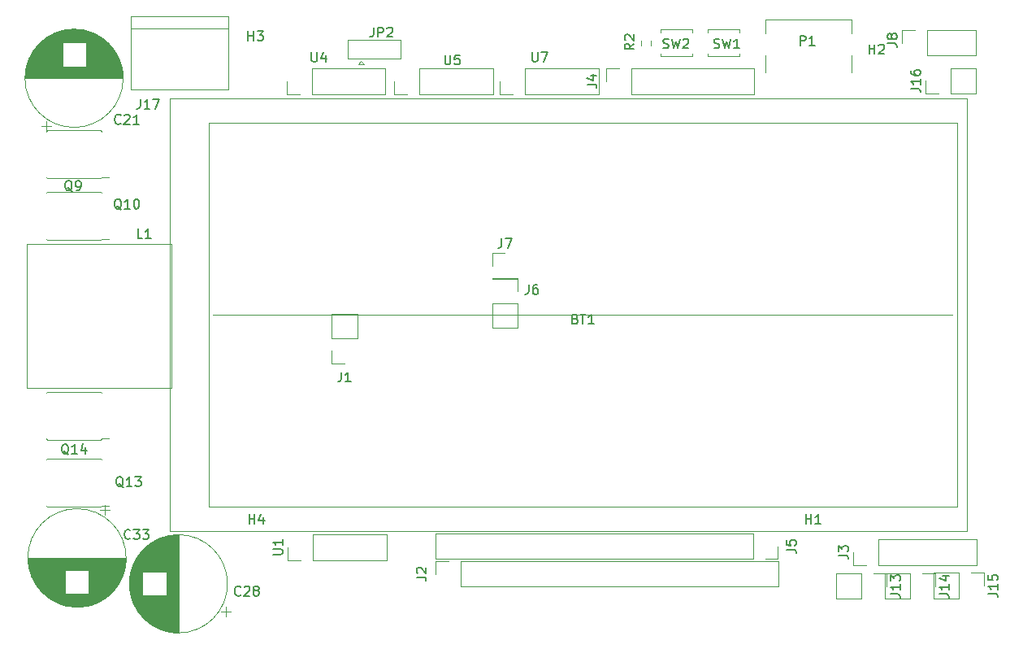
<source format=gbr>
%TF.GenerationSoftware,KiCad,Pcbnew,(6.0.1)*%
%TF.CreationDate,2022-09-27T15:52:50+02:00*%
%TF.ProjectId,WetterStationPCB,57657474-6572-4537-9461-74696f6e5043,rev?*%
%TF.SameCoordinates,Original*%
%TF.FileFunction,Legend,Top*%
%TF.FilePolarity,Positive*%
%FSLAX46Y46*%
G04 Gerber Fmt 4.6, Leading zero omitted, Abs format (unit mm)*
G04 Created by KiCad (PCBNEW (6.0.1)) date 2022-09-27 15:52:50*
%MOMM*%
%LPD*%
G01*
G04 APERTURE LIST*
%ADD10C,0.150000*%
%ADD11C,0.120000*%
G04 APERTURE END LIST*
D10*
%TO.C,J1*%
X49841666Y-139972380D02*
X49841666Y-140686666D01*
X49794047Y-140829523D01*
X49698809Y-140924761D01*
X49555952Y-140972380D01*
X49460714Y-140972380D01*
X50841666Y-140972380D02*
X50270238Y-140972380D01*
X50555952Y-140972380D02*
X50555952Y-139972380D01*
X50460714Y-140115238D01*
X50365476Y-140210476D01*
X50270238Y-140258095D01*
%TO.C,Q13*%
X27128571Y-151947619D02*
X27033333Y-151900000D01*
X26938095Y-151804761D01*
X26795238Y-151661904D01*
X26700000Y-151614285D01*
X26604761Y-151614285D01*
X26652380Y-151852380D02*
X26557142Y-151804761D01*
X26461904Y-151709523D01*
X26414285Y-151519047D01*
X26414285Y-151185714D01*
X26461904Y-150995238D01*
X26557142Y-150900000D01*
X26652380Y-150852380D01*
X26842857Y-150852380D01*
X26938095Y-150900000D01*
X27033333Y-150995238D01*
X27080952Y-151185714D01*
X27080952Y-151519047D01*
X27033333Y-151709523D01*
X26938095Y-151804761D01*
X26842857Y-151852380D01*
X26652380Y-151852380D01*
X28033333Y-151852380D02*
X27461904Y-151852380D01*
X27747619Y-151852380D02*
X27747619Y-150852380D01*
X27652380Y-150995238D01*
X27557142Y-151090476D01*
X27461904Y-151138095D01*
X28366666Y-150852380D02*
X28985714Y-150852380D01*
X28652380Y-151233333D01*
X28795238Y-151233333D01*
X28890476Y-151280952D01*
X28938095Y-151328571D01*
X28985714Y-151423809D01*
X28985714Y-151661904D01*
X28938095Y-151757142D01*
X28890476Y-151804761D01*
X28795238Y-151852380D01*
X28509523Y-151852380D01*
X28414285Y-151804761D01*
X28366666Y-151757142D01*
%TO.C,Q9*%
X21804761Y-121147619D02*
X21709523Y-121100000D01*
X21614285Y-121004761D01*
X21471428Y-120861904D01*
X21376190Y-120814285D01*
X21280952Y-120814285D01*
X21328571Y-121052380D02*
X21233333Y-121004761D01*
X21138095Y-120909523D01*
X21090476Y-120719047D01*
X21090476Y-120385714D01*
X21138095Y-120195238D01*
X21233333Y-120100000D01*
X21328571Y-120052380D01*
X21519047Y-120052380D01*
X21614285Y-120100000D01*
X21709523Y-120195238D01*
X21757142Y-120385714D01*
X21757142Y-120719047D01*
X21709523Y-120909523D01*
X21614285Y-121004761D01*
X21519047Y-121052380D01*
X21328571Y-121052380D01*
X22233333Y-121052380D02*
X22423809Y-121052380D01*
X22519047Y-121004761D01*
X22566666Y-120957142D01*
X22661904Y-120814285D01*
X22709523Y-120623809D01*
X22709523Y-120242857D01*
X22661904Y-120147619D01*
X22614285Y-120100000D01*
X22519047Y-120052380D01*
X22328571Y-120052380D01*
X22233333Y-120100000D01*
X22185714Y-120147619D01*
X22138095Y-120242857D01*
X22138095Y-120480952D01*
X22185714Y-120576190D01*
X22233333Y-120623809D01*
X22328571Y-120671428D01*
X22519047Y-120671428D01*
X22614285Y-120623809D01*
X22661904Y-120576190D01*
X22709523Y-120480952D01*
%TO.C,C33*%
X27857142Y-157257142D02*
X27809523Y-157304761D01*
X27666666Y-157352380D01*
X27571428Y-157352380D01*
X27428571Y-157304761D01*
X27333333Y-157209523D01*
X27285714Y-157114285D01*
X27238095Y-156923809D01*
X27238095Y-156780952D01*
X27285714Y-156590476D01*
X27333333Y-156495238D01*
X27428571Y-156400000D01*
X27571428Y-156352380D01*
X27666666Y-156352380D01*
X27809523Y-156400000D01*
X27857142Y-156447619D01*
X28190476Y-156352380D02*
X28809523Y-156352380D01*
X28476190Y-156733333D01*
X28619047Y-156733333D01*
X28714285Y-156780952D01*
X28761904Y-156828571D01*
X28809523Y-156923809D01*
X28809523Y-157161904D01*
X28761904Y-157257142D01*
X28714285Y-157304761D01*
X28619047Y-157352380D01*
X28333333Y-157352380D01*
X28238095Y-157304761D01*
X28190476Y-157257142D01*
X29142857Y-156352380D02*
X29761904Y-156352380D01*
X29428571Y-156733333D01*
X29571428Y-156733333D01*
X29666666Y-156780952D01*
X29714285Y-156828571D01*
X29761904Y-156923809D01*
X29761904Y-157161904D01*
X29714285Y-157257142D01*
X29666666Y-157304761D01*
X29571428Y-157352380D01*
X29285714Y-157352380D01*
X29190476Y-157304761D01*
X29142857Y-157257142D01*
%TO.C,J16*%
X109187109Y-110438326D02*
X109901395Y-110438326D01*
X110044252Y-110485945D01*
X110139490Y-110581183D01*
X110187109Y-110724041D01*
X110187109Y-110819279D01*
X110187109Y-109438326D02*
X110187109Y-110009755D01*
X110187109Y-109724041D02*
X109187109Y-109724041D01*
X109329967Y-109819279D01*
X109425205Y-109914517D01*
X109472824Y-110009755D01*
X109187109Y-108581183D02*
X109187109Y-108771660D01*
X109234729Y-108866898D01*
X109282348Y-108914517D01*
X109425205Y-109009755D01*
X109615681Y-109057374D01*
X109996633Y-109057374D01*
X110091871Y-109009755D01*
X110139490Y-108962136D01*
X110187109Y-108866898D01*
X110187109Y-108676422D01*
X110139490Y-108581183D01*
X110091871Y-108533564D01*
X109996633Y-108485945D01*
X109758538Y-108485945D01*
X109663300Y-108533564D01*
X109615681Y-108581183D01*
X109568062Y-108676422D01*
X109568062Y-108866898D01*
X109615681Y-108962136D01*
X109663300Y-109009755D01*
X109758538Y-109057374D01*
%TO.C,J13*%
X107071778Y-163047663D02*
X107786064Y-163047663D01*
X107928921Y-163095282D01*
X108024159Y-163190520D01*
X108071778Y-163333378D01*
X108071778Y-163428616D01*
X108071778Y-162047663D02*
X108071778Y-162619092D01*
X108071778Y-162333378D02*
X107071778Y-162333378D01*
X107214636Y-162428616D01*
X107309874Y-162523854D01*
X107357493Y-162619092D01*
X107071778Y-161714330D02*
X107071778Y-161095282D01*
X107452731Y-161428616D01*
X107452731Y-161285759D01*
X107500350Y-161190520D01*
X107547969Y-161142901D01*
X107643207Y-161095282D01*
X107881302Y-161095282D01*
X107976540Y-161142901D01*
X108024159Y-161190520D01*
X108071778Y-161285759D01*
X108071778Y-161571473D01*
X108024159Y-161666711D01*
X107976540Y-161714330D01*
%TO.C,J2*%
X57682380Y-161308333D02*
X58396666Y-161308333D01*
X58539523Y-161355952D01*
X58634761Y-161451190D01*
X58682380Y-161594047D01*
X58682380Y-161689285D01*
X57777619Y-160879761D02*
X57730000Y-160832142D01*
X57682380Y-160736904D01*
X57682380Y-160498809D01*
X57730000Y-160403571D01*
X57777619Y-160355952D01*
X57872857Y-160308333D01*
X57968095Y-160308333D01*
X58110952Y-160355952D01*
X58682380Y-160927380D01*
X58682380Y-160308333D01*
%TO.C,J6*%
X69366666Y-130852380D02*
X69366666Y-131566666D01*
X69319047Y-131709523D01*
X69223809Y-131804761D01*
X69080952Y-131852380D01*
X68985714Y-131852380D01*
X70271428Y-130852380D02*
X70080952Y-130852380D01*
X69985714Y-130900000D01*
X69938095Y-130947619D01*
X69842857Y-131090476D01*
X69795238Y-131280952D01*
X69795238Y-131661904D01*
X69842857Y-131757142D01*
X69890476Y-131804761D01*
X69985714Y-131852380D01*
X70176190Y-131852380D01*
X70271428Y-131804761D01*
X70319047Y-131757142D01*
X70366666Y-131661904D01*
X70366666Y-131423809D01*
X70319047Y-131328571D01*
X70271428Y-131280952D01*
X70176190Y-131233333D01*
X69985714Y-131233333D01*
X69890476Y-131280952D01*
X69842857Y-131328571D01*
X69795238Y-131423809D01*
%TO.C,J4*%
X75462380Y-110008333D02*
X76176666Y-110008333D01*
X76319523Y-110055952D01*
X76414761Y-110151190D01*
X76462380Y-110294047D01*
X76462380Y-110389285D01*
X75795714Y-109103571D02*
X76462380Y-109103571D01*
X75414761Y-109341666D02*
X76129047Y-109579761D01*
X76129047Y-108960714D01*
%TO.C,U7*%
X69738095Y-106652380D02*
X69738095Y-107461904D01*
X69785714Y-107557142D01*
X69833333Y-107604761D01*
X69928571Y-107652380D01*
X70119047Y-107652380D01*
X70214285Y-107604761D01*
X70261904Y-107557142D01*
X70309523Y-107461904D01*
X70309523Y-106652380D01*
X70690476Y-106652380D02*
X71357142Y-106652380D01*
X70928571Y-107652380D01*
%TO.C,U4*%
X46738095Y-106652380D02*
X46738095Y-107461904D01*
X46785714Y-107557142D01*
X46833333Y-107604761D01*
X46928571Y-107652380D01*
X47119047Y-107652380D01*
X47214285Y-107604761D01*
X47261904Y-107557142D01*
X47309523Y-107461904D01*
X47309523Y-106652380D01*
X48214285Y-106985714D02*
X48214285Y-107652380D01*
X47976190Y-106604761D02*
X47738095Y-107319047D01*
X48357142Y-107319047D01*
%TO.C,J15*%
X117257380Y-163009523D02*
X117971666Y-163009523D01*
X118114523Y-163057142D01*
X118209761Y-163152380D01*
X118257380Y-163295238D01*
X118257380Y-163390476D01*
X118257380Y-162009523D02*
X118257380Y-162580952D01*
X118257380Y-162295238D02*
X117257380Y-162295238D01*
X117400238Y-162390476D01*
X117495476Y-162485714D01*
X117543095Y-162580952D01*
X117257380Y-161104761D02*
X117257380Y-161580952D01*
X117733571Y-161628571D01*
X117685952Y-161580952D01*
X117638333Y-161485714D01*
X117638333Y-161247619D01*
X117685952Y-161152380D01*
X117733571Y-161104761D01*
X117828809Y-161057142D01*
X118066904Y-161057142D01*
X118162142Y-161104761D01*
X118209761Y-161152380D01*
X118257380Y-161247619D01*
X118257380Y-161485714D01*
X118209761Y-161580952D01*
X118162142Y-161628571D01*
%TO.C,H4*%
X40238095Y-155752380D02*
X40238095Y-154752380D01*
X40238095Y-155228571D02*
X40809523Y-155228571D01*
X40809523Y-155752380D02*
X40809523Y-154752380D01*
X41714285Y-155085714D02*
X41714285Y-155752380D01*
X41476190Y-154704761D02*
X41238095Y-155419047D01*
X41857142Y-155419047D01*
%TO.C,U5*%
X60638095Y-106952380D02*
X60638095Y-107761904D01*
X60685714Y-107857142D01*
X60733333Y-107904761D01*
X60828571Y-107952380D01*
X61019047Y-107952380D01*
X61114285Y-107904761D01*
X61161904Y-107857142D01*
X61209523Y-107761904D01*
X61209523Y-106952380D01*
X62161904Y-106952380D02*
X61685714Y-106952380D01*
X61638095Y-107428571D01*
X61685714Y-107380952D01*
X61780952Y-107333333D01*
X62019047Y-107333333D01*
X62114285Y-107380952D01*
X62161904Y-107428571D01*
X62209523Y-107523809D01*
X62209523Y-107761904D01*
X62161904Y-107857142D01*
X62114285Y-107904761D01*
X62019047Y-107952380D01*
X61780952Y-107952380D01*
X61685714Y-107904761D01*
X61638095Y-107857142D01*
%TO.C,H3*%
X40138095Y-105452380D02*
X40138095Y-104452380D01*
X40138095Y-104928571D02*
X40709523Y-104928571D01*
X40709523Y-105452380D02*
X40709523Y-104452380D01*
X41090476Y-104452380D02*
X41709523Y-104452380D01*
X41376190Y-104833333D01*
X41519047Y-104833333D01*
X41614285Y-104880952D01*
X41661904Y-104928571D01*
X41709523Y-105023809D01*
X41709523Y-105261904D01*
X41661904Y-105357142D01*
X41614285Y-105404761D01*
X41519047Y-105452380D01*
X41233333Y-105452380D01*
X41138095Y-105404761D01*
X41090476Y-105357142D01*
%TO.C,C21*%
X26857142Y-114057142D02*
X26809523Y-114104761D01*
X26666666Y-114152380D01*
X26571428Y-114152380D01*
X26428571Y-114104761D01*
X26333333Y-114009523D01*
X26285714Y-113914285D01*
X26238095Y-113723809D01*
X26238095Y-113580952D01*
X26285714Y-113390476D01*
X26333333Y-113295238D01*
X26428571Y-113200000D01*
X26571428Y-113152380D01*
X26666666Y-113152380D01*
X26809523Y-113200000D01*
X26857142Y-113247619D01*
X27238095Y-113247619D02*
X27285714Y-113200000D01*
X27380952Y-113152380D01*
X27619047Y-113152380D01*
X27714285Y-113200000D01*
X27761904Y-113247619D01*
X27809523Y-113342857D01*
X27809523Y-113438095D01*
X27761904Y-113580952D01*
X27190476Y-114152380D01*
X27809523Y-114152380D01*
X28761904Y-114152380D02*
X28190476Y-114152380D01*
X28476190Y-114152380D02*
X28476190Y-113152380D01*
X28380952Y-113295238D01*
X28285714Y-113390476D01*
X28190476Y-113438095D01*
%TO.C,C28*%
X39357142Y-163157142D02*
X39309523Y-163204761D01*
X39166666Y-163252380D01*
X39071428Y-163252380D01*
X38928571Y-163204761D01*
X38833333Y-163109523D01*
X38785714Y-163014285D01*
X38738095Y-162823809D01*
X38738095Y-162680952D01*
X38785714Y-162490476D01*
X38833333Y-162395238D01*
X38928571Y-162300000D01*
X39071428Y-162252380D01*
X39166666Y-162252380D01*
X39309523Y-162300000D01*
X39357142Y-162347619D01*
X39738095Y-162347619D02*
X39785714Y-162300000D01*
X39880952Y-162252380D01*
X40119047Y-162252380D01*
X40214285Y-162300000D01*
X40261904Y-162347619D01*
X40309523Y-162442857D01*
X40309523Y-162538095D01*
X40261904Y-162680952D01*
X39690476Y-163252380D01*
X40309523Y-163252380D01*
X40880952Y-162680952D02*
X40785714Y-162633333D01*
X40738095Y-162585714D01*
X40690476Y-162490476D01*
X40690476Y-162442857D01*
X40738095Y-162347619D01*
X40785714Y-162300000D01*
X40880952Y-162252380D01*
X41071428Y-162252380D01*
X41166666Y-162300000D01*
X41214285Y-162347619D01*
X41261904Y-162442857D01*
X41261904Y-162490476D01*
X41214285Y-162585714D01*
X41166666Y-162633333D01*
X41071428Y-162680952D01*
X40880952Y-162680952D01*
X40785714Y-162728571D01*
X40738095Y-162776190D01*
X40690476Y-162871428D01*
X40690476Y-163061904D01*
X40738095Y-163157142D01*
X40785714Y-163204761D01*
X40880952Y-163252380D01*
X41071428Y-163252380D01*
X41166666Y-163204761D01*
X41214285Y-163157142D01*
X41261904Y-163061904D01*
X41261904Y-162871428D01*
X41214285Y-162776190D01*
X41166666Y-162728571D01*
X41071428Y-162680952D01*
%TO.C,Q10*%
X26928571Y-123047619D02*
X26833333Y-123000000D01*
X26738095Y-122904761D01*
X26595238Y-122761904D01*
X26500000Y-122714285D01*
X26404761Y-122714285D01*
X26452380Y-122952380D02*
X26357142Y-122904761D01*
X26261904Y-122809523D01*
X26214285Y-122619047D01*
X26214285Y-122285714D01*
X26261904Y-122095238D01*
X26357142Y-122000000D01*
X26452380Y-121952380D01*
X26642857Y-121952380D01*
X26738095Y-122000000D01*
X26833333Y-122095238D01*
X26880952Y-122285714D01*
X26880952Y-122619047D01*
X26833333Y-122809523D01*
X26738095Y-122904761D01*
X26642857Y-122952380D01*
X26452380Y-122952380D01*
X27833333Y-122952380D02*
X27261904Y-122952380D01*
X27547619Y-122952380D02*
X27547619Y-121952380D01*
X27452380Y-122095238D01*
X27357142Y-122190476D01*
X27261904Y-122238095D01*
X28452380Y-121952380D02*
X28547619Y-121952380D01*
X28642857Y-122000000D01*
X28690476Y-122047619D01*
X28738095Y-122142857D01*
X28785714Y-122333333D01*
X28785714Y-122571428D01*
X28738095Y-122761904D01*
X28690476Y-122857142D01*
X28642857Y-122904761D01*
X28547619Y-122952380D01*
X28452380Y-122952380D01*
X28357142Y-122904761D01*
X28309523Y-122857142D01*
X28261904Y-122761904D01*
X28214285Y-122571428D01*
X28214285Y-122333333D01*
X28261904Y-122142857D01*
X28309523Y-122047619D01*
X28357142Y-122000000D01*
X28452380Y-121952380D01*
%TO.C,J8*%
X106752380Y-105733333D02*
X107466666Y-105733333D01*
X107609523Y-105780952D01*
X107704761Y-105876190D01*
X107752380Y-106019047D01*
X107752380Y-106114285D01*
X107180952Y-105114285D02*
X107133333Y-105209523D01*
X107085714Y-105257142D01*
X106990476Y-105304761D01*
X106942857Y-105304761D01*
X106847619Y-105257142D01*
X106800000Y-105209523D01*
X106752380Y-105114285D01*
X106752380Y-104923809D01*
X106800000Y-104828571D01*
X106847619Y-104780952D01*
X106942857Y-104733333D01*
X106990476Y-104733333D01*
X107085714Y-104780952D01*
X107133333Y-104828571D01*
X107180952Y-104923809D01*
X107180952Y-105114285D01*
X107228571Y-105209523D01*
X107276190Y-105257142D01*
X107371428Y-105304761D01*
X107561904Y-105304761D01*
X107657142Y-105257142D01*
X107704761Y-105209523D01*
X107752380Y-105114285D01*
X107752380Y-104923809D01*
X107704761Y-104828571D01*
X107657142Y-104780952D01*
X107561904Y-104733333D01*
X107371428Y-104733333D01*
X107276190Y-104780952D01*
X107228571Y-104828571D01*
X107180952Y-104923809D01*
%TO.C,J14*%
X112166015Y-163048995D02*
X112880301Y-163048995D01*
X113023158Y-163096614D01*
X113118396Y-163191852D01*
X113166015Y-163334710D01*
X113166015Y-163429948D01*
X113166015Y-162048995D02*
X113166015Y-162620424D01*
X113166015Y-162334710D02*
X112166015Y-162334710D01*
X112308873Y-162429948D01*
X112404111Y-162525186D01*
X112451730Y-162620424D01*
X112499349Y-161191852D02*
X113166015Y-161191852D01*
X112118396Y-161429948D02*
X112832682Y-161668043D01*
X112832682Y-161048995D01*
%TO.C,Q14*%
X21428571Y-148547619D02*
X21333333Y-148500000D01*
X21238095Y-148404761D01*
X21095238Y-148261904D01*
X21000000Y-148214285D01*
X20904761Y-148214285D01*
X20952380Y-148452380D02*
X20857142Y-148404761D01*
X20761904Y-148309523D01*
X20714285Y-148119047D01*
X20714285Y-147785714D01*
X20761904Y-147595238D01*
X20857142Y-147500000D01*
X20952380Y-147452380D01*
X21142857Y-147452380D01*
X21238095Y-147500000D01*
X21333333Y-147595238D01*
X21380952Y-147785714D01*
X21380952Y-148119047D01*
X21333333Y-148309523D01*
X21238095Y-148404761D01*
X21142857Y-148452380D01*
X20952380Y-148452380D01*
X22333333Y-148452380D02*
X21761904Y-148452380D01*
X22047619Y-148452380D02*
X22047619Y-147452380D01*
X21952380Y-147595238D01*
X21857142Y-147690476D01*
X21761904Y-147738095D01*
X23190476Y-147785714D02*
X23190476Y-148452380D01*
X22952380Y-147404761D02*
X22714285Y-148119047D01*
X23333333Y-148119047D01*
%TO.C,L1*%
X29133333Y-126052380D02*
X28657142Y-126052380D01*
X28657142Y-125052380D01*
X29990476Y-126052380D02*
X29419047Y-126052380D01*
X29704761Y-126052380D02*
X29704761Y-125052380D01*
X29609523Y-125195238D01*
X29514285Y-125290476D01*
X29419047Y-125338095D01*
%TO.C,J7*%
X66554166Y-126022380D02*
X66554166Y-126736666D01*
X66506547Y-126879523D01*
X66411309Y-126974761D01*
X66268452Y-127022380D01*
X66173214Y-127022380D01*
X66935119Y-126022380D02*
X67601785Y-126022380D01*
X67173214Y-127022380D01*
%TO.C,R2*%
X80352380Y-105766666D02*
X79876190Y-106100000D01*
X80352380Y-106338095D02*
X79352380Y-106338095D01*
X79352380Y-105957142D01*
X79400000Y-105861904D01*
X79447619Y-105814285D01*
X79542857Y-105766666D01*
X79685714Y-105766666D01*
X79780952Y-105814285D01*
X79828571Y-105861904D01*
X79876190Y-105957142D01*
X79876190Y-106338095D01*
X79447619Y-105385714D02*
X79400000Y-105338095D01*
X79352380Y-105242857D01*
X79352380Y-105004761D01*
X79400000Y-104909523D01*
X79447619Y-104861904D01*
X79542857Y-104814285D01*
X79638095Y-104814285D01*
X79780952Y-104861904D01*
X80352380Y-105433333D01*
X80352380Y-104814285D01*
%TO.C,P1*%
X97661904Y-105952380D02*
X97661904Y-104952380D01*
X98042857Y-104952380D01*
X98138095Y-105000000D01*
X98185714Y-105047619D01*
X98233333Y-105142857D01*
X98233333Y-105285714D01*
X98185714Y-105380952D01*
X98138095Y-105428571D01*
X98042857Y-105476190D01*
X97661904Y-105476190D01*
X99185714Y-105952380D02*
X98614285Y-105952380D01*
X98900000Y-105952380D02*
X98900000Y-104952380D01*
X98804761Y-105095238D01*
X98709523Y-105190476D01*
X98614285Y-105238095D01*
%TO.C,J17*%
X28890476Y-111552380D02*
X28890476Y-112266666D01*
X28842857Y-112409523D01*
X28747619Y-112504761D01*
X28604761Y-112552380D01*
X28509523Y-112552380D01*
X29890476Y-112552380D02*
X29319047Y-112552380D01*
X29604761Y-112552380D02*
X29604761Y-111552380D01*
X29509523Y-111695238D01*
X29414285Y-111790476D01*
X29319047Y-111838095D01*
X30223809Y-111552380D02*
X30890476Y-111552380D01*
X30461904Y-112552380D01*
%TO.C,H1*%
X98238095Y-155752380D02*
X98238095Y-154752380D01*
X98238095Y-155228571D02*
X98809523Y-155228571D01*
X98809523Y-155752380D02*
X98809523Y-154752380D01*
X99809523Y-155752380D02*
X99238095Y-155752380D01*
X99523809Y-155752380D02*
X99523809Y-154752380D01*
X99428571Y-154895238D01*
X99333333Y-154990476D01*
X99238095Y-155038095D01*
%TO.C,JP2*%
X53191666Y-104077380D02*
X53191666Y-104791666D01*
X53144047Y-104934523D01*
X53048809Y-105029761D01*
X52905952Y-105077380D01*
X52810714Y-105077380D01*
X53667857Y-105077380D02*
X53667857Y-104077380D01*
X54048809Y-104077380D01*
X54144047Y-104125000D01*
X54191666Y-104172619D01*
X54239285Y-104267857D01*
X54239285Y-104410714D01*
X54191666Y-104505952D01*
X54144047Y-104553571D01*
X54048809Y-104601190D01*
X53667857Y-104601190D01*
X54620238Y-104172619D02*
X54667857Y-104125000D01*
X54763095Y-104077380D01*
X55001190Y-104077380D01*
X55096428Y-104125000D01*
X55144047Y-104172619D01*
X55191666Y-104267857D01*
X55191666Y-104363095D01*
X55144047Y-104505952D01*
X54572619Y-105077380D01*
X55191666Y-105077380D01*
%TO.C,BT1*%
X74214285Y-134428571D02*
X74357142Y-134476190D01*
X74404761Y-134523809D01*
X74452380Y-134619047D01*
X74452380Y-134761904D01*
X74404761Y-134857142D01*
X74357142Y-134904761D01*
X74261904Y-134952380D01*
X73880952Y-134952380D01*
X73880952Y-133952380D01*
X74214285Y-133952380D01*
X74309523Y-134000000D01*
X74357142Y-134047619D01*
X74404761Y-134142857D01*
X74404761Y-134238095D01*
X74357142Y-134333333D01*
X74309523Y-134380952D01*
X74214285Y-134428571D01*
X73880952Y-134428571D01*
X74738095Y-133952380D02*
X75309523Y-133952380D01*
X75023809Y-134952380D02*
X75023809Y-133952380D01*
X76166666Y-134952380D02*
X75595238Y-134952380D01*
X75880952Y-134952380D02*
X75880952Y-133952380D01*
X75785714Y-134095238D01*
X75690476Y-134190476D01*
X75595238Y-134238095D01*
%TO.C,H2*%
X104838095Y-106852380D02*
X104838095Y-105852380D01*
X104838095Y-106328571D02*
X105409523Y-106328571D01*
X105409523Y-106852380D02*
X105409523Y-105852380D01*
X105838095Y-105947619D02*
X105885714Y-105900000D01*
X105980952Y-105852380D01*
X106219047Y-105852380D01*
X106314285Y-105900000D01*
X106361904Y-105947619D01*
X106409523Y-106042857D01*
X106409523Y-106138095D01*
X106361904Y-106280952D01*
X105790476Y-106852380D01*
X106409523Y-106852380D01*
%TO.C,SW1*%
X88666666Y-106204761D02*
X88809523Y-106252380D01*
X89047619Y-106252380D01*
X89142857Y-106204761D01*
X89190476Y-106157142D01*
X89238095Y-106061904D01*
X89238095Y-105966666D01*
X89190476Y-105871428D01*
X89142857Y-105823809D01*
X89047619Y-105776190D01*
X88857142Y-105728571D01*
X88761904Y-105680952D01*
X88714285Y-105633333D01*
X88666666Y-105538095D01*
X88666666Y-105442857D01*
X88714285Y-105347619D01*
X88761904Y-105300000D01*
X88857142Y-105252380D01*
X89095238Y-105252380D01*
X89238095Y-105300000D01*
X89571428Y-105252380D02*
X89809523Y-106252380D01*
X90000000Y-105538095D01*
X90190476Y-106252380D01*
X90428571Y-105252380D01*
X91333333Y-106252380D02*
X90761904Y-106252380D01*
X91047619Y-106252380D02*
X91047619Y-105252380D01*
X90952380Y-105395238D01*
X90857142Y-105490476D01*
X90761904Y-105538095D01*
%TO.C,SW2*%
X83366666Y-106204761D02*
X83509523Y-106252380D01*
X83747619Y-106252380D01*
X83842857Y-106204761D01*
X83890476Y-106157142D01*
X83938095Y-106061904D01*
X83938095Y-105966666D01*
X83890476Y-105871428D01*
X83842857Y-105823809D01*
X83747619Y-105776190D01*
X83557142Y-105728571D01*
X83461904Y-105680952D01*
X83414285Y-105633333D01*
X83366666Y-105538095D01*
X83366666Y-105442857D01*
X83414285Y-105347619D01*
X83461904Y-105300000D01*
X83557142Y-105252380D01*
X83795238Y-105252380D01*
X83938095Y-105300000D01*
X84271428Y-105252380D02*
X84509523Y-106252380D01*
X84700000Y-105538095D01*
X84890476Y-106252380D01*
X85128571Y-105252380D01*
X85461904Y-105347619D02*
X85509523Y-105300000D01*
X85604761Y-105252380D01*
X85842857Y-105252380D01*
X85938095Y-105300000D01*
X85985714Y-105347619D01*
X86033333Y-105442857D01*
X86033333Y-105538095D01*
X85985714Y-105680952D01*
X85414285Y-106252380D01*
X86033333Y-106252380D01*
%TO.C,U1*%
X42722380Y-158961904D02*
X43531904Y-158961904D01*
X43627142Y-158914285D01*
X43674761Y-158866666D01*
X43722380Y-158771428D01*
X43722380Y-158580952D01*
X43674761Y-158485714D01*
X43627142Y-158438095D01*
X43531904Y-158390476D01*
X42722380Y-158390476D01*
X43722380Y-157390476D02*
X43722380Y-157961904D01*
X43722380Y-157676190D02*
X42722380Y-157676190D01*
X42865238Y-157771428D01*
X42960476Y-157866666D01*
X43008095Y-157961904D01*
%TO.C,J3*%
X101647380Y-159033333D02*
X102361666Y-159033333D01*
X102504523Y-159080952D01*
X102599761Y-159176190D01*
X102647380Y-159319047D01*
X102647380Y-159414285D01*
X101647380Y-158652380D02*
X101647380Y-158033333D01*
X102028333Y-158366666D01*
X102028333Y-158223809D01*
X102075952Y-158128571D01*
X102123571Y-158080952D01*
X102218809Y-158033333D01*
X102456904Y-158033333D01*
X102552142Y-158080952D01*
X102599761Y-158128571D01*
X102647380Y-158223809D01*
X102647380Y-158509523D01*
X102599761Y-158604761D01*
X102552142Y-158652380D01*
%TO.C,J5*%
X96222380Y-158433333D02*
X96936666Y-158433333D01*
X97079523Y-158480952D01*
X97174761Y-158576190D01*
X97222380Y-158719047D01*
X97222380Y-158814285D01*
X96222380Y-157480952D02*
X96222380Y-157957142D01*
X96698571Y-158004761D01*
X96650952Y-157957142D01*
X96603333Y-157861904D01*
X96603333Y-157623809D01*
X96650952Y-157528571D01*
X96698571Y-157480952D01*
X96793809Y-157433333D01*
X97031904Y-157433333D01*
X97127142Y-157480952D01*
X97174761Y-157528571D01*
X97222380Y-157623809D01*
X97222380Y-157861904D01*
X97174761Y-157957142D01*
X97127142Y-158004761D01*
D11*
%TO.C,J1*%
X48845000Y-136480000D02*
X48845000Y-133880000D01*
X48845000Y-139080000D02*
X48845000Y-137750000D01*
X51505000Y-133880000D02*
X48845000Y-133880000D01*
X51505000Y-136480000D02*
X48845000Y-136480000D01*
X50175000Y-139080000D02*
X48845000Y-139080000D01*
X51505000Y-136480000D02*
X51505000Y-133880000D01*
%TO.C,Q13*%
X19200000Y-149000000D02*
X24800000Y-149000000D01*
X25650000Y-153900000D02*
X24900000Y-153900000D01*
X19200000Y-154000000D02*
X19100000Y-153900000D01*
X24800000Y-154000000D02*
X19200000Y-154000000D01*
X24800000Y-149000000D02*
X24900000Y-149100000D01*
X19100000Y-149100000D02*
X19200000Y-149000000D01*
X24900000Y-153900000D02*
X24800000Y-154000000D01*
%TO.C,Q9*%
X19100000Y-114900000D02*
X19200000Y-114800000D01*
X25650000Y-119700000D02*
X24900000Y-119700000D01*
X24900000Y-119700000D02*
X24800000Y-119800000D01*
X19200000Y-114800000D02*
X24800000Y-114800000D01*
X24800000Y-114800000D02*
X24900000Y-114900000D01*
X24800000Y-119800000D02*
X19200000Y-119800000D01*
X19200000Y-119800000D02*
X19100000Y-119700000D01*
%TO.C,C33*%
X23810000Y-164181000D02*
X20790000Y-164181000D01*
X27274000Y-160341000D02*
X17326000Y-160341000D01*
X21059000Y-162261000D02*
X18162000Y-162261000D01*
X26921000Y-161421000D02*
X23541000Y-161421000D01*
X23362000Y-164301000D02*
X21238000Y-164301000D01*
X27097000Y-160981000D02*
X23541000Y-160981000D01*
X27340000Y-159940000D02*
X17260000Y-159940000D01*
X26762000Y-161741000D02*
X23541000Y-161741000D01*
X21059000Y-162101000D02*
X18053000Y-162101000D01*
X21059000Y-161741000D02*
X17838000Y-161741000D01*
X21059000Y-160701000D02*
X17415000Y-160701000D01*
X27290000Y-160261000D02*
X17310000Y-160261000D01*
X27379000Y-159420000D02*
X17221000Y-159420000D01*
X27238000Y-160501000D02*
X17362000Y-160501000D01*
X26225000Y-162541000D02*
X23541000Y-162541000D01*
X21059000Y-162221000D02*
X18134000Y-162221000D01*
X21059000Y-161981000D02*
X17977000Y-161981000D01*
X25940000Y-162861000D02*
X23541000Y-162861000D01*
X25778000Y-163021000D02*
X23541000Y-163021000D01*
X21059000Y-162501000D02*
X18343000Y-162501000D01*
X27124000Y-160901000D02*
X23541000Y-160901000D01*
X27377000Y-159500000D02*
X17223000Y-159500000D01*
X21059000Y-161661000D02*
X17796000Y-161661000D01*
X26124000Y-162661000D02*
X23541000Y-162661000D01*
X25130000Y-163541000D02*
X19470000Y-163541000D01*
X27324000Y-160061000D02*
X17276000Y-160061000D01*
X21059000Y-162141000D02*
X18079000Y-162141000D01*
X27068000Y-161061000D02*
X23541000Y-161061000D01*
X21059000Y-162901000D02*
X18699000Y-162901000D01*
X21059000Y-162461000D02*
X18311000Y-162461000D01*
X21059000Y-160901000D02*
X17476000Y-160901000D01*
X21059000Y-163021000D02*
X18822000Y-163021000D01*
X26990000Y-161261000D02*
X23541000Y-161261000D01*
X21059000Y-161701000D02*
X17817000Y-161701000D01*
X21059000Y-162581000D02*
X18408000Y-162581000D01*
X21059000Y-162621000D02*
X18442000Y-162621000D01*
X27368000Y-159660000D02*
X17232000Y-159660000D01*
X21059000Y-160661000D02*
X17403000Y-160661000D01*
X27083000Y-161021000D02*
X23541000Y-161021000D01*
X21059000Y-162341000D02*
X18220000Y-162341000D01*
X25009000Y-163621000D02*
X19591000Y-163621000D01*
X26289000Y-162461000D02*
X23541000Y-162461000D01*
X25647000Y-163141000D02*
X18953000Y-163141000D01*
X26598000Y-162021000D02*
X23541000Y-162021000D01*
X26939000Y-161381000D02*
X23541000Y-161381000D01*
X26466000Y-162221000D02*
X23541000Y-162221000D01*
X24146000Y-164061000D02*
X20454000Y-164061000D01*
X27354000Y-159820000D02*
X17246000Y-159820000D01*
X26825000Y-161621000D02*
X23541000Y-161621000D01*
X27358000Y-159780000D02*
X17242000Y-159780000D01*
X27137000Y-160861000D02*
X23541000Y-160861000D01*
X27038000Y-161141000D02*
X23541000Y-161141000D01*
X27378000Y-159460000D02*
X17222000Y-159460000D01*
X27365000Y-159700000D02*
X17235000Y-159700000D01*
X21059000Y-161581000D02*
X17755000Y-161581000D01*
X26547000Y-162101000D02*
X23541000Y-162101000D01*
X26016000Y-162781000D02*
X23541000Y-162781000D01*
X21059000Y-162661000D02*
X18476000Y-162661000D01*
X24665000Y-163821000D02*
X19935000Y-163821000D01*
X23162000Y-164341000D02*
X21438000Y-164341000D01*
X26053000Y-162741000D02*
X23541000Y-162741000D01*
X27265000Y-160381000D02*
X17335000Y-160381000D01*
X21059000Y-160621000D02*
X17393000Y-160621000D01*
X27247000Y-160461000D02*
X17353000Y-160461000D01*
X25554000Y-163221000D02*
X19046000Y-163221000D01*
X26903000Y-161461000D02*
X23541000Y-161461000D01*
X27150000Y-160821000D02*
X23541000Y-160821000D01*
X25901000Y-162901000D02*
X23541000Y-162901000D01*
X27197000Y-160661000D02*
X23541000Y-160661000D01*
X26089000Y-162701000D02*
X23541000Y-162701000D01*
X21059000Y-162541000D02*
X18375000Y-162541000D01*
X21059000Y-161181000D02*
X17577000Y-161181000D01*
X24042000Y-164101000D02*
X20558000Y-164101000D01*
X21059000Y-160981000D02*
X17503000Y-160981000D01*
X21059000Y-161381000D02*
X17661000Y-161381000D01*
X21059000Y-161821000D02*
X17883000Y-161821000D01*
X26192000Y-162581000D02*
X23541000Y-162581000D01*
X26158000Y-162621000D02*
X23541000Y-162621000D01*
X24810000Y-163741000D02*
X19790000Y-163741000D01*
X21059000Y-162061000D02*
X18027000Y-162061000D01*
X21059000Y-161541000D02*
X17736000Y-161541000D01*
X21059000Y-161941000D02*
X17953000Y-161941000D01*
X21059000Y-161061000D02*
X17532000Y-161061000D01*
X25175000Y-153820354D02*
X25175000Y-154820354D01*
X23530000Y-164261000D02*
X21070000Y-164261000D01*
X21059000Y-161341000D02*
X17643000Y-161341000D01*
X27380000Y-159300000D02*
X17220000Y-159300000D01*
X26410000Y-162301000D02*
X23541000Y-162301000D01*
X21059000Y-160941000D02*
X17489000Y-160941000D01*
X25861000Y-162941000D02*
X23541000Y-162941000D01*
X25736000Y-163061000D02*
X18864000Y-163061000D01*
X21059000Y-160861000D02*
X17463000Y-160861000D01*
X25245000Y-163461000D02*
X19355000Y-163461000D01*
X21059000Y-162741000D02*
X18547000Y-162741000D01*
X26573000Y-162061000D02*
X23541000Y-162061000D01*
X21059000Y-161301000D02*
X17626000Y-161301000D01*
X27370000Y-159620000D02*
X17230000Y-159620000D01*
X27380000Y-159340000D02*
X17220000Y-159340000D01*
X25354000Y-163381000D02*
X19246000Y-163381000D01*
X21059000Y-161621000D02*
X17775000Y-161621000D01*
X21059000Y-162421000D02*
X18280000Y-162421000D01*
X27228000Y-160541000D02*
X17372000Y-160541000D01*
X25456000Y-163301000D02*
X19144000Y-163301000D01*
X21059000Y-161461000D02*
X17697000Y-161461000D01*
X24945000Y-163661000D02*
X19655000Y-163661000D01*
X25070000Y-163581000D02*
X19530000Y-163581000D01*
X25692000Y-163101000D02*
X18908000Y-163101000D01*
X26350000Y-162381000D02*
X23541000Y-162381000D01*
X27311000Y-160141000D02*
X17289000Y-160141000D01*
X21059000Y-161261000D02*
X17610000Y-161261000D01*
X21059000Y-161141000D02*
X17562000Y-161141000D01*
X26783000Y-161701000D02*
X23541000Y-161701000D01*
X27362000Y-159740000D02*
X17238000Y-159740000D01*
X27007000Y-161221000D02*
X23541000Y-161221000D01*
X23930000Y-164141000D02*
X20670000Y-164141000D01*
X26845000Y-161581000D02*
X23541000Y-161581000D01*
X21059000Y-162861000D02*
X18660000Y-162861000D01*
X27380000Y-159380000D02*
X17220000Y-159380000D01*
X21059000Y-161901000D02*
X17929000Y-161901000D01*
X26695000Y-161861000D02*
X23541000Y-161861000D01*
X25979000Y-162821000D02*
X23541000Y-162821000D01*
X27207000Y-160621000D02*
X23541000Y-160621000D01*
X22899000Y-164381000D02*
X21701000Y-164381000D01*
X24739000Y-163781000D02*
X19861000Y-163781000D01*
X27318000Y-160101000D02*
X17282000Y-160101000D01*
X21059000Y-160741000D02*
X17426000Y-160741000D01*
X21059000Y-162301000D02*
X18190000Y-162301000D01*
X21059000Y-161101000D02*
X17546000Y-161101000D01*
X26494000Y-162181000D02*
X23541000Y-162181000D01*
X24425000Y-163941000D02*
X20175000Y-163941000D01*
X24244000Y-164021000D02*
X20356000Y-164021000D01*
X27111000Y-160941000D02*
X23541000Y-160941000D01*
X26320000Y-162421000D02*
X23541000Y-162421000D01*
X27174000Y-160741000D02*
X23541000Y-160741000D01*
X21059000Y-162941000D02*
X18739000Y-162941000D01*
X27054000Y-161101000D02*
X23541000Y-161101000D01*
X25506000Y-163261000D02*
X19094000Y-163261000D01*
X26974000Y-161301000D02*
X23541000Y-161301000D01*
X21059000Y-161421000D02*
X17679000Y-161421000D01*
X27335000Y-159980000D02*
X17265000Y-159980000D01*
X21059000Y-160821000D02*
X17450000Y-160821000D01*
X27345000Y-159900000D02*
X17255000Y-159900000D01*
X26884000Y-161501000D02*
X23541000Y-161501000D01*
X21059000Y-160781000D02*
X17438000Y-160781000D01*
X27373000Y-159580000D02*
X17227000Y-159580000D01*
X26257000Y-162501000D02*
X23541000Y-162501000D01*
X25300000Y-163421000D02*
X19300000Y-163421000D01*
X21059000Y-162821000D02*
X18621000Y-162821000D01*
X26380000Y-162341000D02*
X23541000Y-162341000D01*
X26717000Y-161821000D02*
X23541000Y-161821000D01*
X23678000Y-164221000D02*
X20922000Y-164221000D01*
X21059000Y-161021000D02*
X17517000Y-161021000D01*
X25820000Y-162981000D02*
X23541000Y-162981000D01*
X21059000Y-161781000D02*
X17860000Y-161781000D01*
X21059000Y-162981000D02*
X18780000Y-162981000D01*
X26647000Y-161941000D02*
X23541000Y-161941000D01*
X21059000Y-162781000D02*
X18584000Y-162781000D01*
X26864000Y-161541000D02*
X23541000Y-161541000D01*
X21059000Y-162701000D02*
X18511000Y-162701000D01*
X27330000Y-160021000D02*
X17270000Y-160021000D01*
X26957000Y-161341000D02*
X23541000Y-161341000D01*
X21059000Y-160581000D02*
X17382000Y-160581000D01*
X24879000Y-163701000D02*
X19721000Y-163701000D01*
X27185000Y-160701000D02*
X23541000Y-160701000D01*
X24589000Y-163861000D02*
X20011000Y-163861000D01*
X27375000Y-159540000D02*
X17225000Y-159540000D01*
X21059000Y-162021000D02*
X18002000Y-162021000D01*
X27297000Y-160221000D02*
X17303000Y-160221000D01*
X26438000Y-162261000D02*
X23541000Y-162261000D01*
X21059000Y-162381000D02*
X18250000Y-162381000D01*
X27256000Y-160421000D02*
X17344000Y-160421000D01*
X21059000Y-162181000D02*
X18106000Y-162181000D01*
X26804000Y-161661000D02*
X23541000Y-161661000D01*
X24509000Y-163901000D02*
X20091000Y-163901000D01*
X21059000Y-161501000D02*
X17716000Y-161501000D01*
X21059000Y-161221000D02*
X17593000Y-161221000D01*
X25675000Y-154320354D02*
X24675000Y-154320354D01*
X26671000Y-161901000D02*
X23541000Y-161901000D01*
X26740000Y-161781000D02*
X23541000Y-161781000D01*
X26623000Y-161981000D02*
X23541000Y-161981000D01*
X27350000Y-159860000D02*
X17250000Y-159860000D01*
X27218000Y-160581000D02*
X23541000Y-160581000D01*
X26521000Y-162141000D02*
X23541000Y-162141000D01*
X27282000Y-160301000D02*
X17318000Y-160301000D01*
X27304000Y-160181000D02*
X17296000Y-160181000D01*
X27162000Y-160781000D02*
X23541000Y-160781000D01*
X21059000Y-161861000D02*
X17905000Y-161861000D01*
X25601000Y-163181000D02*
X18999000Y-163181000D01*
X24337000Y-163981000D02*
X20263000Y-163981000D01*
X25406000Y-163341000D02*
X19194000Y-163341000D01*
X25189000Y-163501000D02*
X19411000Y-163501000D01*
X27023000Y-161181000D02*
X23541000Y-161181000D01*
X27420000Y-159300000D02*
G75*
G03*
X27420000Y-159300000I-5120000J0D01*
G01*
%TO.C,J16*%
X112064729Y-110958803D02*
X110734729Y-110958803D01*
X115934729Y-110958803D02*
X115934729Y-108298803D01*
X113334729Y-110958803D02*
X115934729Y-110958803D01*
X113334729Y-110958803D02*
X113334729Y-108298803D01*
X110734729Y-110958803D02*
X110734729Y-109628803D01*
X113334729Y-108298803D02*
X115934729Y-108298803D01*
%TO.C,J13*%
X105289398Y-160908140D02*
X106619398Y-160908140D01*
X104019398Y-160908140D02*
X104019398Y-163568140D01*
X101419398Y-160908140D02*
X101419398Y-163568140D01*
X106619398Y-160908140D02*
X106619398Y-162238140D01*
X104019398Y-160908140D02*
X101419398Y-160908140D01*
X104019398Y-163568140D02*
X101419398Y-163568140D01*
%TO.C,J2*%
X62270000Y-159645000D02*
X95350000Y-159645000D01*
X62270000Y-162305000D02*
X95350000Y-162305000D01*
X62270000Y-162305000D02*
X62270000Y-159645000D01*
X95350000Y-162305000D02*
X95350000Y-159645000D01*
X59670000Y-160975000D02*
X59670000Y-159645000D01*
X59670000Y-159645000D02*
X61000000Y-159645000D01*
%TO.C,J6*%
X68230000Y-132770000D02*
X68230000Y-135370000D01*
X65570000Y-135370000D02*
X68230000Y-135370000D01*
X66900000Y-130170000D02*
X68230000Y-130170000D01*
X68230000Y-130170000D02*
X68230000Y-131500000D01*
X65570000Y-132770000D02*
X68230000Y-132770000D01*
X65570000Y-132770000D02*
X65570000Y-135370000D01*
%TO.C,J4*%
X92810000Y-111005000D02*
X92810000Y-108345000D01*
X80050000Y-111005000D02*
X92810000Y-111005000D01*
X77450000Y-108345000D02*
X78780000Y-108345000D01*
X80050000Y-108345000D02*
X92810000Y-108345000D01*
X80050000Y-111005000D02*
X80050000Y-108345000D01*
X77450000Y-109675000D02*
X77450000Y-108345000D01*
%TO.C,U7*%
X68975000Y-111030000D02*
X76655000Y-111030000D01*
X68975000Y-108370000D02*
X76655000Y-108370000D01*
X68975000Y-111030000D02*
X68975000Y-108370000D01*
X76655000Y-111030000D02*
X76655000Y-108370000D01*
X66375000Y-111030000D02*
X66375000Y-109700000D01*
X67705000Y-111030000D02*
X66375000Y-111030000D01*
%TO.C,U4*%
X45505000Y-111030000D02*
X44175000Y-111030000D01*
X44175000Y-111030000D02*
X44175000Y-109700000D01*
X54455000Y-111030000D02*
X54455000Y-108370000D01*
X46775000Y-108370000D02*
X54455000Y-108370000D01*
X46775000Y-111030000D02*
X46775000Y-108370000D01*
X46775000Y-111030000D02*
X54455000Y-111030000D01*
%TO.C,J15*%
X111605000Y-160870000D02*
X111605000Y-163530000D01*
X115475000Y-160870000D02*
X116805000Y-160870000D01*
X114205000Y-160870000D02*
X114205000Y-163530000D01*
X114205000Y-163530000D02*
X111605000Y-163530000D01*
X114205000Y-160870000D02*
X111605000Y-160870000D01*
X116805000Y-160870000D02*
X116805000Y-162200000D01*
%TO.C,U5*%
X57975000Y-108370000D02*
X65655000Y-108370000D01*
X57975000Y-111030000D02*
X57975000Y-108370000D01*
X65655000Y-111030000D02*
X65655000Y-108370000D01*
X55375000Y-111030000D02*
X55375000Y-109700000D01*
X56705000Y-111030000D02*
X55375000Y-111030000D01*
X57975000Y-111030000D02*
X65655000Y-111030000D01*
%TO.C,C21*%
X18564000Y-105606677D02*
X25436000Y-105606677D01*
X17163000Y-107806677D02*
X20759000Y-107806677D01*
X23241000Y-107886677D02*
X26862000Y-107886677D01*
X23241000Y-106126677D02*
X25925000Y-106126677D01*
X17010000Y-108406677D02*
X26990000Y-108406677D01*
X18844000Y-105366677D02*
X25156000Y-105366677D01*
X18075000Y-106126677D02*
X20759000Y-106126677D01*
X17653000Y-106726677D02*
X20759000Y-106726677D01*
X16920000Y-109327677D02*
X27080000Y-109327677D01*
X17605000Y-106806677D02*
X20759000Y-106806677D01*
X23241000Y-107526677D02*
X26738000Y-107526677D01*
X23241000Y-106966677D02*
X26483000Y-106966677D01*
X23241000Y-106726677D02*
X26347000Y-106726677D01*
X17072000Y-108126677D02*
X26928000Y-108126677D01*
X18653000Y-105526677D02*
X25347000Y-105526677D01*
X23241000Y-106206677D02*
X25989000Y-106206677D01*
X18894000Y-105326677D02*
X25106000Y-105326677D01*
X23241000Y-105926677D02*
X25753000Y-105926677D01*
X17277000Y-107486677D02*
X20759000Y-107486677D01*
X17834000Y-106446677D02*
X20759000Y-106446677D01*
X17293000Y-107446677D02*
X20759000Y-107446677D01*
X23241000Y-106846677D02*
X26417000Y-106846677D01*
X17062000Y-108166677D02*
X26938000Y-108166677D01*
X17138000Y-107886677D02*
X20759000Y-107886677D01*
X16996000Y-108486677D02*
X27004000Y-108486677D01*
X23241000Y-105726677D02*
X25561000Y-105726677D01*
X23241000Y-107046677D02*
X26525000Y-107046677D01*
X19111000Y-105166677D02*
X24889000Y-105166677D01*
X19170000Y-105126677D02*
X24830000Y-105126677D01*
X17217000Y-107646677D02*
X20759000Y-107646677D01*
X20154000Y-104606677D02*
X23846000Y-104606677D01*
X19875000Y-104726677D02*
X24125000Y-104726677D01*
X16938000Y-108927677D02*
X27062000Y-108927677D01*
X17343000Y-107326677D02*
X20759000Y-107326677D01*
X23241000Y-106286677D02*
X26050000Y-106286677D01*
X18699000Y-105486677D02*
X25301000Y-105486677D01*
X21401000Y-104286677D02*
X22599000Y-104286677D01*
X23241000Y-107286677D02*
X26639000Y-107286677D01*
X16955000Y-108767677D02*
X27045000Y-108767677D01*
X16920000Y-109287677D02*
X27080000Y-109287677D01*
X23241000Y-106926677D02*
X26462000Y-106926677D01*
X16925000Y-109127677D02*
X27075000Y-109127677D01*
X19055000Y-105206677D02*
X24945000Y-105206677D01*
X16942000Y-108887677D02*
X27058000Y-108887677D01*
X16923000Y-109167677D02*
X27077000Y-109167677D01*
X23241000Y-107366677D02*
X26674000Y-107366677D01*
X18176000Y-106006677D02*
X20759000Y-106006677D01*
X18608000Y-105566677D02*
X25392000Y-105566677D01*
X16930000Y-109047677D02*
X27070000Y-109047677D01*
X18011000Y-106206677D02*
X20759000Y-106206677D01*
X17379000Y-107246677D02*
X20759000Y-107246677D01*
X20370000Y-104526677D02*
X23630000Y-104526677D01*
X23241000Y-106086677D02*
X25892000Y-106086677D01*
X23241000Y-105846677D02*
X25679000Y-105846677D01*
X23241000Y-105646677D02*
X25478000Y-105646677D01*
X23241000Y-107006677D02*
X26504000Y-107006677D01*
X17397000Y-107206677D02*
X20759000Y-107206677D01*
X16927000Y-109087677D02*
X27073000Y-109087677D01*
X20258000Y-104566677D02*
X23742000Y-104566677D01*
X17035000Y-108286677D02*
X26965000Y-108286677D01*
X16920000Y-109367677D02*
X27080000Y-109367677D01*
X16921000Y-109247677D02*
X27079000Y-109247677D01*
X17003000Y-108446677D02*
X26997000Y-108446677D01*
X23241000Y-108046677D02*
X26907000Y-108046677D01*
X19230000Y-105086677D02*
X24770000Y-105086677D01*
X23241000Y-106366677D02*
X26110000Y-106366677D01*
X17753000Y-106566677D02*
X20759000Y-106566677D01*
X23241000Y-107726677D02*
X26811000Y-107726677D01*
X17310000Y-107406677D02*
X20759000Y-107406677D01*
X16989000Y-108526677D02*
X27011000Y-108526677D01*
X17093000Y-108046677D02*
X20759000Y-108046677D01*
X23241000Y-107646677D02*
X26783000Y-107646677D01*
X16946000Y-108847677D02*
X27054000Y-108847677D01*
X17862000Y-106406677D02*
X20759000Y-106406677D01*
X23241000Y-107846677D02*
X26850000Y-107846677D01*
X16922000Y-109207677D02*
X27078000Y-109207677D01*
X17262000Y-107526677D02*
X20759000Y-107526677D01*
X23241000Y-106246677D02*
X26020000Y-106246677D01*
X17115000Y-107966677D02*
X20759000Y-107966677D01*
X19000000Y-105246677D02*
X25000000Y-105246677D01*
X23241000Y-106806677D02*
X26395000Y-106806677D01*
X17806000Y-106486677D02*
X20759000Y-106486677D01*
X19963000Y-104686677D02*
X24037000Y-104686677D01*
X17677000Y-106686677D02*
X20759000Y-106686677D01*
X17779000Y-106526677D02*
X20759000Y-106526677D01*
X21138000Y-104326677D02*
X22862000Y-104326677D01*
X17126000Y-107926677D02*
X20759000Y-107926677D01*
X16960000Y-108727677D02*
X27040000Y-108727677D01*
X16950000Y-108807677D02*
X27050000Y-108807677D01*
X19125000Y-114847323D02*
X19125000Y-113847323D01*
X23241000Y-107606677D02*
X26768000Y-107606677D01*
X18284000Y-105886677D02*
X20759000Y-105886677D01*
X19490000Y-104926677D02*
X24510000Y-104926677D01*
X17455000Y-107086677D02*
X20759000Y-107086677D01*
X19355000Y-105006677D02*
X24645000Y-105006677D01*
X23241000Y-105686677D02*
X25520000Y-105686677D01*
X23241000Y-106446677D02*
X26166000Y-106446677D01*
X23241000Y-106166677D02*
X25957000Y-106166677D01*
X23241000Y-107326677D02*
X26657000Y-107326677D01*
X17629000Y-106766677D02*
X20759000Y-106766677D01*
X16982000Y-108566677D02*
X27018000Y-108566677D01*
X23241000Y-105886677D02*
X25716000Y-105886677D01*
X19635000Y-104846677D02*
X24365000Y-104846677D01*
X23241000Y-106566677D02*
X26247000Y-106566677D01*
X17044000Y-108246677D02*
X26956000Y-108246677D01*
X17538000Y-106926677D02*
X20759000Y-106926677D01*
X23241000Y-107446677D02*
X26707000Y-107446677D01*
X18399000Y-105766677D02*
X20759000Y-105766677D01*
X23241000Y-106686677D02*
X26323000Y-106686677D01*
X17416000Y-107166677D02*
X20759000Y-107166677D01*
X23241000Y-108006677D02*
X26897000Y-108006677D01*
X23241000Y-106046677D02*
X25858000Y-106046677D01*
X23241000Y-107686677D02*
X26797000Y-107686677D01*
X17702000Y-106646677D02*
X20759000Y-106646677D01*
X23241000Y-107806677D02*
X26837000Y-107806677D01*
X16970000Y-108646677D02*
X27030000Y-108646677D01*
X23241000Y-107766677D02*
X26824000Y-107766677D01*
X20770000Y-104406677D02*
X23230000Y-104406677D01*
X23241000Y-107406677D02*
X26690000Y-107406677D01*
X18321000Y-105846677D02*
X20759000Y-105846677D01*
X23241000Y-107246677D02*
X26621000Y-107246677D01*
X18439000Y-105726677D02*
X20759000Y-105726677D01*
X17475000Y-107046677D02*
X20759000Y-107046677D01*
X18794000Y-105406677D02*
X25206000Y-105406677D01*
X19791000Y-104766677D02*
X24209000Y-104766677D01*
X23241000Y-107486677D02*
X26723000Y-107486677D01*
X23241000Y-106606677D02*
X26273000Y-106606677D01*
X17150000Y-107846677D02*
X20759000Y-107846677D01*
X17890000Y-106366677D02*
X20759000Y-106366677D01*
X23241000Y-107566677D02*
X26754000Y-107566677D01*
X20490000Y-104486677D02*
X23510000Y-104486677D01*
X23241000Y-107966677D02*
X26885000Y-107966677D01*
X17203000Y-107686677D02*
X20759000Y-107686677D01*
X17026000Y-108326677D02*
X26974000Y-108326677D01*
X18522000Y-105646677D02*
X20759000Y-105646677D01*
X17082000Y-108086677D02*
X20759000Y-108086677D01*
X23241000Y-108086677D02*
X26918000Y-108086677D01*
X17950000Y-106286677D02*
X20759000Y-106286677D01*
X17326000Y-107366677D02*
X20759000Y-107366677D01*
X23241000Y-107206677D02*
X26603000Y-107206677D01*
X18108000Y-106086677D02*
X20759000Y-106086677D01*
X23241000Y-106006677D02*
X25824000Y-106006677D01*
X17246000Y-107566677D02*
X20759000Y-107566677D01*
X18142000Y-106046677D02*
X20759000Y-106046677D01*
X18946000Y-105286677D02*
X25054000Y-105286677D01*
X19421000Y-104966677D02*
X24579000Y-104966677D01*
X17361000Y-107286677D02*
X20759000Y-107286677D01*
X23241000Y-107086677D02*
X26545000Y-107086677D01*
X17920000Y-106326677D02*
X20759000Y-106326677D01*
X17727000Y-106606677D02*
X20759000Y-106606677D01*
X19561000Y-104886677D02*
X24439000Y-104886677D01*
X18247000Y-105926677D02*
X20759000Y-105926677D01*
X20938000Y-104366677D02*
X23062000Y-104366677D01*
X17517000Y-106966677D02*
X20759000Y-106966677D01*
X16965000Y-108687677D02*
X27035000Y-108687677D01*
X20056000Y-104646677D02*
X23944000Y-104646677D01*
X20622000Y-104446677D02*
X23378000Y-104446677D01*
X17436000Y-107126677D02*
X20759000Y-107126677D01*
X23241000Y-105766677D02*
X25601000Y-105766677D01*
X19711000Y-104806677D02*
X24289000Y-104806677D01*
X17496000Y-107006677D02*
X20759000Y-107006677D01*
X17018000Y-108366677D02*
X26982000Y-108366677D01*
X18360000Y-105806677D02*
X20759000Y-105806677D01*
X23241000Y-106766677D02*
X26371000Y-106766677D01*
X23241000Y-106406677D02*
X26138000Y-106406677D01*
X16932000Y-109007677D02*
X27068000Y-109007677D01*
X23241000Y-106886677D02*
X26440000Y-106886677D01*
X16976000Y-108606677D02*
X27024000Y-108606677D01*
X16935000Y-108967677D02*
X27065000Y-108967677D01*
X18211000Y-105966677D02*
X20759000Y-105966677D01*
X17053000Y-108206677D02*
X26947000Y-108206677D01*
X17189000Y-107726677D02*
X20759000Y-107726677D01*
X17103000Y-108006677D02*
X20759000Y-108006677D01*
X23241000Y-106526677D02*
X26221000Y-106526677D01*
X18480000Y-105686677D02*
X20759000Y-105686677D01*
X17176000Y-107766677D02*
X20759000Y-107766677D01*
X23241000Y-106646677D02*
X26298000Y-106646677D01*
X17232000Y-107606677D02*
X20759000Y-107606677D01*
X23241000Y-105966677D02*
X25789000Y-105966677D01*
X17560000Y-106886677D02*
X20759000Y-106886677D01*
X23241000Y-107926677D02*
X26874000Y-107926677D01*
X18625000Y-114347323D02*
X19625000Y-114347323D01*
X23241000Y-106326677D02*
X26080000Y-106326677D01*
X17980000Y-106246677D02*
X20759000Y-106246677D01*
X18746000Y-105446677D02*
X25254000Y-105446677D01*
X23241000Y-106486677D02*
X26194000Y-106486677D01*
X23241000Y-107166677D02*
X26584000Y-107166677D01*
X19291000Y-105046677D02*
X24709000Y-105046677D01*
X18043000Y-106166677D02*
X20759000Y-106166677D01*
X17583000Y-106846677D02*
X20759000Y-106846677D01*
X23241000Y-105806677D02*
X25640000Y-105806677D01*
X23241000Y-107126677D02*
X26564000Y-107126677D01*
X27120000Y-109367677D02*
G75*
G03*
X27120000Y-109367677I-5120000J0D01*
G01*
%TO.C,C28*%
X28706677Y-164945000D02*
X28706677Y-159055000D01*
X30586677Y-160759000D02*
X30586677Y-157455000D01*
X32627677Y-167075000D02*
X32627677Y-156925000D01*
X30506677Y-160759000D02*
X30506677Y-157496000D01*
X31746677Y-166956000D02*
X31746677Y-157044000D01*
X28026677Y-163630000D02*
X28026677Y-160370000D01*
X31386677Y-166862000D02*
X31386677Y-163241000D01*
X30466677Y-160759000D02*
X30466677Y-157517000D01*
X29826677Y-160759000D02*
X29826677Y-157920000D01*
X29506677Y-160759000D02*
X29506677Y-158176000D01*
X31466677Y-160759000D02*
X31466677Y-157115000D01*
X29986677Y-160759000D02*
X29986677Y-157806000D01*
X32747677Y-167079000D02*
X32747677Y-156921000D01*
X28266677Y-164209000D02*
X28266677Y-159791000D01*
X30186677Y-160759000D02*
X30186677Y-157677000D01*
X31346677Y-160759000D02*
X31346677Y-157150000D01*
X30146677Y-160759000D02*
X30146677Y-157702000D01*
X31786677Y-166965000D02*
X31786677Y-157035000D01*
X29546677Y-165858000D02*
X29546677Y-163241000D01*
X31266677Y-160759000D02*
X31266677Y-157176000D01*
X30826677Y-160759000D02*
X30826677Y-157343000D01*
X30066677Y-166247000D02*
X30066677Y-163241000D01*
X30026677Y-160759000D02*
X30026677Y-157779000D01*
X32867677Y-167080000D02*
X32867677Y-156920000D01*
X29706677Y-165989000D02*
X29706677Y-163241000D01*
X32387677Y-167058000D02*
X32387677Y-156942000D01*
X32587677Y-167073000D02*
X32587677Y-156927000D01*
X30786677Y-166639000D02*
X30786677Y-163241000D01*
X32187677Y-167035000D02*
X32187677Y-156965000D01*
X31146677Y-160759000D02*
X31146677Y-157217000D01*
X28826677Y-165106000D02*
X28826677Y-158894000D01*
X29946677Y-166166000D02*
X29946677Y-163241000D01*
X30546677Y-166525000D02*
X30546677Y-163241000D01*
X28586677Y-164770000D02*
X28586677Y-159230000D01*
X32507677Y-167068000D02*
X32507677Y-156932000D01*
X28986677Y-165301000D02*
X28986677Y-158699000D01*
X29386677Y-165716000D02*
X29386677Y-163241000D01*
X28226677Y-164125000D02*
X28226677Y-159875000D01*
X30506677Y-166504000D02*
X30506677Y-163241000D01*
X29546677Y-160759000D02*
X29546677Y-158142000D01*
X29426677Y-160759000D02*
X29426677Y-158247000D01*
X30306677Y-160759000D02*
X30306677Y-157605000D01*
X31826677Y-166974000D02*
X31826677Y-157026000D01*
X29146677Y-165478000D02*
X29146677Y-163241000D01*
X29026677Y-165347000D02*
X29026677Y-158653000D01*
X28426677Y-164510000D02*
X28426677Y-159490000D01*
X32267677Y-167045000D02*
X32267677Y-156955000D01*
X28626677Y-164830000D02*
X28626677Y-159170000D01*
X31586677Y-166918000D02*
X31586677Y-163241000D01*
X29106677Y-165436000D02*
X29106677Y-158564000D01*
X37847323Y-165375000D02*
X37847323Y-164375000D01*
X30106677Y-160759000D02*
X30106677Y-157727000D01*
X28906677Y-165206000D02*
X28906677Y-158794000D01*
X29506677Y-165824000D02*
X29506677Y-163241000D01*
X31906677Y-166990000D02*
X31906677Y-157010000D01*
X30306677Y-166395000D02*
X30306677Y-163241000D01*
X28346677Y-164365000D02*
X28346677Y-159635000D01*
X30266677Y-160759000D02*
X30266677Y-157629000D01*
X32347677Y-167054000D02*
X32347677Y-156946000D01*
X30706677Y-166603000D02*
X30706677Y-163241000D01*
X31626677Y-166928000D02*
X31626677Y-157072000D01*
X30026677Y-166221000D02*
X30026677Y-163241000D01*
X29866677Y-166110000D02*
X29866677Y-163241000D01*
X31266677Y-166824000D02*
X31266677Y-163241000D01*
X30626677Y-166564000D02*
X30626677Y-163241000D01*
X28666677Y-164889000D02*
X28666677Y-159111000D01*
X31866677Y-166982000D02*
X31866677Y-157018000D01*
X29706677Y-160759000D02*
X29706677Y-158011000D01*
X30186677Y-166323000D02*
X30186677Y-163241000D01*
X32667677Y-167077000D02*
X32667677Y-156923000D01*
X29826677Y-166080000D02*
X29826677Y-163241000D01*
X31346677Y-166850000D02*
X31346677Y-163241000D01*
X29746677Y-160759000D02*
X29746677Y-157980000D01*
X29866677Y-160759000D02*
X29866677Y-157890000D01*
X32707677Y-167078000D02*
X32707677Y-156922000D01*
X31226677Y-160759000D02*
X31226677Y-157189000D01*
X27786677Y-162599000D02*
X27786677Y-161401000D01*
X31386677Y-160759000D02*
X31386677Y-157138000D01*
X31026677Y-166738000D02*
X31026677Y-163241000D01*
X29146677Y-160759000D02*
X29146677Y-158522000D01*
X38347323Y-164875000D02*
X37347323Y-164875000D01*
X30666677Y-166584000D02*
X30666677Y-163241000D01*
X30426677Y-166462000D02*
X30426677Y-163241000D01*
X32427677Y-167062000D02*
X32427677Y-156938000D01*
X28866677Y-165156000D02*
X28866677Y-158844000D01*
X31226677Y-166811000D02*
X31226677Y-163241000D01*
X31026677Y-160759000D02*
X31026677Y-157262000D01*
X29186677Y-165520000D02*
X29186677Y-163241000D01*
X30266677Y-166371000D02*
X30266677Y-163241000D01*
X31426677Y-166874000D02*
X31426677Y-163241000D01*
X29266677Y-160759000D02*
X29266677Y-158399000D01*
X30386677Y-166440000D02*
X30386677Y-163241000D01*
X29786677Y-160759000D02*
X29786677Y-157950000D01*
X31706677Y-166947000D02*
X31706677Y-157053000D01*
X32066677Y-167018000D02*
X32066677Y-156982000D01*
X32146677Y-167030000D02*
X32146677Y-156970000D01*
X29946677Y-160759000D02*
X29946677Y-157834000D01*
X31666677Y-166938000D02*
X31666677Y-157062000D01*
X29666677Y-160759000D02*
X29666677Y-158043000D01*
X29626677Y-160759000D02*
X29626677Y-158075000D01*
X29466677Y-165789000D02*
X29466677Y-163241000D01*
X28066677Y-163742000D02*
X28066677Y-160258000D01*
X32547677Y-167070000D02*
X32547677Y-156930000D01*
X29226677Y-160759000D02*
X29226677Y-158439000D01*
X29586677Y-165892000D02*
X29586677Y-163241000D01*
X27946677Y-163378000D02*
X27946677Y-160622000D01*
X29306677Y-165640000D02*
X29306677Y-163241000D01*
X30386677Y-160759000D02*
X30386677Y-157560000D01*
X30626677Y-160759000D02*
X30626677Y-157436000D01*
X30866677Y-166674000D02*
X30866677Y-163241000D01*
X29986677Y-166194000D02*
X29986677Y-163241000D01*
X29306677Y-160759000D02*
X29306677Y-158360000D01*
X31466677Y-166885000D02*
X31466677Y-163241000D01*
X29346677Y-165679000D02*
X29346677Y-163241000D01*
X32106677Y-167024000D02*
X32106677Y-156976000D01*
X29346677Y-160759000D02*
X29346677Y-158321000D01*
X28506677Y-164645000D02*
X28506677Y-159355000D01*
X28546677Y-164709000D02*
X28546677Y-159291000D01*
X29066677Y-165392000D02*
X29066677Y-158608000D01*
X28386677Y-164439000D02*
X28386677Y-159561000D01*
X27906677Y-163230000D02*
X27906677Y-160770000D01*
X29426677Y-165753000D02*
X29426677Y-163241000D01*
X30346677Y-160759000D02*
X30346677Y-157583000D01*
X30346677Y-166417000D02*
X30346677Y-163241000D01*
X28106677Y-163846000D02*
X28106677Y-160154000D01*
X31426677Y-160759000D02*
X31426677Y-157126000D01*
X28146677Y-163944000D02*
X28146677Y-160056000D01*
X28746677Y-165000000D02*
X28746677Y-159000000D01*
X28186677Y-164037000D02*
X28186677Y-159963000D01*
X29586677Y-160759000D02*
X29586677Y-158108000D01*
X31506677Y-166897000D02*
X31506677Y-163241000D01*
X30746677Y-160759000D02*
X30746677Y-157379000D01*
X31066677Y-166754000D02*
X31066677Y-163241000D01*
X30946677Y-160759000D02*
X30946677Y-157293000D01*
X31106677Y-166768000D02*
X31106677Y-163241000D01*
X30906677Y-160759000D02*
X30906677Y-157310000D01*
X30746677Y-166621000D02*
X30746677Y-163241000D01*
X28786677Y-165054000D02*
X28786677Y-158946000D01*
X32227677Y-167040000D02*
X32227677Y-156960000D01*
X29186677Y-160759000D02*
X29186677Y-158480000D01*
X31546677Y-160759000D02*
X31546677Y-157093000D01*
X30226677Y-166347000D02*
X30226677Y-163241000D01*
X31186677Y-160759000D02*
X31186677Y-157203000D01*
X28466677Y-164579000D02*
X28466677Y-159421000D01*
X31946677Y-166997000D02*
X31946677Y-157003000D01*
X32467677Y-167065000D02*
X32467677Y-156935000D01*
X29906677Y-160759000D02*
X29906677Y-157862000D01*
X31066677Y-160759000D02*
X31066677Y-157246000D01*
X32307677Y-167050000D02*
X32307677Y-156950000D01*
X31306677Y-166837000D02*
X31306677Y-163241000D01*
X30986677Y-166723000D02*
X30986677Y-163241000D01*
X31586677Y-160759000D02*
X31586677Y-157082000D01*
X30466677Y-166483000D02*
X30466677Y-163241000D01*
X29226677Y-165561000D02*
X29226677Y-163241000D01*
X30706677Y-160759000D02*
X30706677Y-157397000D01*
X30586677Y-166545000D02*
X30586677Y-163241000D01*
X29626677Y-165925000D02*
X29626677Y-163241000D01*
X31986677Y-167004000D02*
X31986677Y-156996000D01*
X28306677Y-164289000D02*
X28306677Y-159711000D01*
X30906677Y-166690000D02*
X30906677Y-163241000D01*
X30826677Y-166657000D02*
X30826677Y-163241000D01*
X29466677Y-160759000D02*
X29466677Y-158211000D01*
X30866677Y-160759000D02*
X30866677Y-157326000D01*
X31186677Y-166797000D02*
X31186677Y-163241000D01*
X29386677Y-160759000D02*
X29386677Y-158284000D01*
X32787677Y-167080000D02*
X32787677Y-156920000D01*
X30066677Y-160759000D02*
X30066677Y-157753000D01*
X30106677Y-166273000D02*
X30106677Y-163241000D01*
X30146677Y-166298000D02*
X30146677Y-163241000D01*
X30946677Y-166707000D02*
X30946677Y-163241000D01*
X30426677Y-160759000D02*
X30426677Y-157538000D01*
X30226677Y-160759000D02*
X30226677Y-157653000D01*
X29666677Y-165957000D02*
X29666677Y-163241000D01*
X29266677Y-165601000D02*
X29266677Y-163241000D01*
X31506677Y-160759000D02*
X31506677Y-157103000D01*
X31106677Y-160759000D02*
X31106677Y-157232000D01*
X32827677Y-167080000D02*
X32827677Y-156920000D01*
X31546677Y-166907000D02*
X31546677Y-163241000D01*
X27826677Y-162862000D02*
X27826677Y-161138000D01*
X29906677Y-166138000D02*
X29906677Y-163241000D01*
X30666677Y-160759000D02*
X30666677Y-157416000D01*
X32026677Y-167011000D02*
X32026677Y-156989000D01*
X29746677Y-166020000D02*
X29746677Y-163241000D01*
X31306677Y-160759000D02*
X31306677Y-157163000D01*
X30546677Y-160759000D02*
X30546677Y-157475000D01*
X28946677Y-165254000D02*
X28946677Y-158746000D01*
X31146677Y-166783000D02*
X31146677Y-163241000D01*
X27986677Y-163510000D02*
X27986677Y-160490000D01*
X29786677Y-166050000D02*
X29786677Y-163241000D01*
X27866677Y-163062000D02*
X27866677Y-160938000D01*
X30986677Y-160759000D02*
X30986677Y-157277000D01*
X30786677Y-160759000D02*
X30786677Y-157361000D01*
X37987677Y-162000000D02*
G75*
G03*
X37987677Y-162000000I-5120000J0D01*
G01*
%TO.C,Q10*%
X24800000Y-126200000D02*
X19200000Y-126200000D01*
X24800000Y-121200000D02*
X24900000Y-121300000D01*
X19100000Y-121300000D02*
X19200000Y-121200000D01*
X24900000Y-126100000D02*
X24800000Y-126200000D01*
X19200000Y-121200000D02*
X24800000Y-121200000D01*
X19200000Y-126200000D02*
X19100000Y-126100000D01*
X25650000Y-126100000D02*
X24900000Y-126100000D01*
%TO.C,J8*%
X110845000Y-107005000D02*
X115985000Y-107005000D01*
X110845000Y-104345000D02*
X115985000Y-104345000D01*
X115985000Y-107005000D02*
X115985000Y-104345000D01*
X108245000Y-105675000D02*
X108245000Y-104345000D01*
X108245000Y-104345000D02*
X109575000Y-104345000D01*
X110845000Y-107005000D02*
X110845000Y-104345000D01*
%TO.C,J14*%
X109113635Y-160909472D02*
X106513635Y-160909472D01*
X111713635Y-160909472D02*
X111713635Y-162239472D01*
X110383635Y-160909472D02*
X111713635Y-160909472D01*
X109113635Y-160909472D02*
X109113635Y-163569472D01*
X109113635Y-163569472D02*
X106513635Y-163569472D01*
X106513635Y-160909472D02*
X106513635Y-163569472D01*
%TO.C,Q14*%
X24800000Y-147000000D02*
X19200000Y-147000000D01*
X24800000Y-142000000D02*
X24900000Y-142100000D01*
X19100000Y-142100000D02*
X19200000Y-142000000D01*
X19200000Y-142000000D02*
X24800000Y-142000000D01*
X24900000Y-146900000D02*
X24800000Y-147000000D01*
X19200000Y-147000000D02*
X19100000Y-146900000D01*
X25650000Y-146900000D02*
X24900000Y-146900000D01*
%TO.C,L1*%
X32105000Y-141595000D02*
X17105000Y-141595000D01*
X17105000Y-141595000D02*
X17105000Y-126595000D01*
X17105000Y-126595000D02*
X32105000Y-126595000D01*
X32105000Y-126595000D02*
X32105000Y-141595000D01*
%TO.C,J7*%
X65557500Y-128900000D02*
X65557500Y-127570000D01*
X65557500Y-130230000D02*
X68217500Y-130230000D01*
X68217500Y-130170000D02*
X68217500Y-130230000D01*
X65557500Y-127570000D02*
X66887500Y-127570000D01*
X65557500Y-130170000D02*
X68217500Y-130170000D01*
X65557500Y-130170000D02*
X65557500Y-130230000D01*
%TO.C,R2*%
X81077500Y-105445276D02*
X81077500Y-105954724D01*
X82122500Y-105445276D02*
X82122500Y-105954724D01*
%TO.C,P1*%
X94030000Y-103235000D02*
X94030000Y-104695000D01*
X94030000Y-103235000D02*
X102970000Y-103235000D01*
X102970000Y-108745000D02*
X102970000Y-106945000D01*
X94030000Y-108745000D02*
X94030000Y-106945000D01*
X102970000Y-103235000D02*
X102970000Y-104695000D01*
%TO.C,J17*%
X27920000Y-110510000D02*
X38080000Y-110510000D01*
X38080000Y-102890000D02*
X27920000Y-102890000D01*
X27920000Y-102890000D02*
X27920000Y-110510000D01*
X38080000Y-110510000D02*
X38080000Y-102890000D01*
X27920000Y-104160000D02*
X38080000Y-104160000D01*
%TO.C,JP2*%
X50550000Y-107350000D02*
X50550000Y-105400000D01*
X51600000Y-107900000D02*
X52200000Y-107900000D01*
X52200000Y-107900000D02*
X51900000Y-107600000D01*
X56050000Y-105400000D02*
X56050000Y-107350000D01*
X51900000Y-107600000D02*
X51600000Y-107900000D01*
X56050000Y-107350000D02*
X50550000Y-107350000D01*
X50550000Y-105400000D02*
X56050000Y-105400000D01*
%TO.C,BT1*%
X36500000Y-134000000D02*
X113500000Y-134000000D01*
X114000000Y-154000000D02*
X36000000Y-154000000D01*
X36000000Y-154000000D02*
X36000000Y-114000000D01*
X36000000Y-114000000D02*
X114000000Y-114000000D01*
X114000000Y-114000000D02*
X114000000Y-154000000D01*
X115000000Y-156500000D02*
X32000000Y-156500000D01*
X32000000Y-156500000D02*
X32000000Y-111500000D01*
X32000000Y-111500000D02*
X115000000Y-111500000D01*
X115000000Y-111500000D02*
X115000000Y-156500000D01*
%TO.C,SW1*%
X91350000Y-107100000D02*
X91350000Y-106800000D01*
X88050000Y-106800000D02*
X88050000Y-107100000D01*
X88050000Y-107100000D02*
X91350000Y-107100000D01*
X88050000Y-104600000D02*
X88050000Y-104300000D01*
X91350000Y-104300000D02*
X91350000Y-104600000D01*
X88050000Y-104300000D02*
X91350000Y-104300000D01*
%TO.C,SW2*%
X86450000Y-107100000D02*
X83150000Y-107100000D01*
X83150000Y-104300000D02*
X83150000Y-104600000D01*
X86450000Y-104300000D02*
X83150000Y-104300000D01*
X86450000Y-106800000D02*
X86450000Y-107100000D01*
X86450000Y-104600000D02*
X86450000Y-104300000D01*
X83150000Y-107100000D02*
X83150000Y-106800000D01*
%TO.C,U1*%
X54550000Y-159530000D02*
X54550000Y-156870000D01*
X45600000Y-159530000D02*
X44270000Y-159530000D01*
X44270000Y-159530000D02*
X44270000Y-158200000D01*
X46870000Y-159530000D02*
X54550000Y-159530000D01*
X46870000Y-159530000D02*
X46870000Y-156870000D01*
X46870000Y-156870000D02*
X54550000Y-156870000D01*
%TO.C,J3*%
X116015000Y-160030000D02*
X116015000Y-157370000D01*
X105795000Y-160030000D02*
X116015000Y-160030000D01*
X105795000Y-157370000D02*
X116015000Y-157370000D01*
X105795000Y-160030000D02*
X105795000Y-157370000D01*
X103195000Y-160030000D02*
X103195000Y-158700000D01*
X104525000Y-160030000D02*
X103195000Y-160030000D01*
%TO.C,J5*%
X95330000Y-158100000D02*
X95330000Y-159430000D01*
X92730000Y-159430000D02*
X59650000Y-159430000D01*
X95330000Y-159430000D02*
X94000000Y-159430000D01*
X92730000Y-156770000D02*
X92730000Y-159430000D01*
X59650000Y-156770000D02*
X59650000Y-159430000D01*
X92730000Y-156770000D02*
X59650000Y-156770000D01*
%TD*%
M02*

</source>
